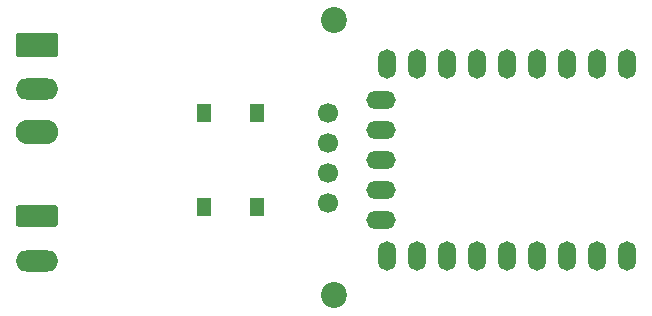
<source format=gbr>
%TF.GenerationSoftware,KiCad,Pcbnew,7.0.10*%
%TF.CreationDate,2024-02-11T01:36:44-05:00*%
%TF.ProjectId,RP2040_Count2,52503230-3430-45f4-936f-756e74322e6b,v2*%
%TF.SameCoordinates,Original*%
%TF.FileFunction,Soldermask,Bot*%
%TF.FilePolarity,Negative*%
%FSLAX46Y46*%
G04 Gerber Fmt 4.6, Leading zero omitted, Abs format (unit mm)*
G04 Created by KiCad (PCBNEW 7.0.10) date 2024-02-11 01:36:44*
%MOMM*%
%LPD*%
G01*
G04 APERTURE LIST*
G04 Aperture macros list*
%AMRoundRect*
0 Rectangle with rounded corners*
0 $1 Rounding radius*
0 $2 $3 $4 $5 $6 $7 $8 $9 X,Y pos of 4 corners*
0 Add a 4 corners polygon primitive as box body*
4,1,4,$2,$3,$4,$5,$6,$7,$8,$9,$2,$3,0*
0 Add four circle primitives for the rounded corners*
1,1,$1+$1,$2,$3*
1,1,$1+$1,$4,$5*
1,1,$1+$1,$6,$7*
1,1,$1+$1,$8,$9*
0 Add four rect primitives between the rounded corners*
20,1,$1+$1,$2,$3,$4,$5,0*
20,1,$1+$1,$4,$5,$6,$7,0*
20,1,$1+$1,$6,$7,$8,$9,0*
20,1,$1+$1,$8,$9,$2,$3,0*%
G04 Aperture macros list end*
%ADD10O,1.500000X2.500000*%
%ADD11O,2.500000X1.500000*%
%ADD12RoundRect,0.250000X-1.550000X0.650000X-1.550000X-0.650000X1.550000X-0.650000X1.550000X0.650000X0*%
%ADD13O,3.600000X1.800000*%
%ADD14RoundRect,0.291667X-1.508333X0.758333X-1.508333X-0.758333X1.508333X-0.758333X1.508333X0.758333X0*%
%ADD15O,3.600000X2.100000*%
%ADD16C,2.200000*%
%ADD17C,1.700000*%
%ADD18R,1.300000X1.550000*%
G04 APERTURE END LIST*
D10*
%TO.C,U2*%
X155360000Y-95470000D03*
X152820000Y-95470000D03*
X150280000Y-95470000D03*
X147740000Y-95470000D03*
X145200000Y-95470000D03*
X142660000Y-95470000D03*
X140120000Y-95470000D03*
X137580000Y-95470000D03*
X135040000Y-95470000D03*
D11*
X134540000Y-92430000D03*
X134540000Y-89890000D03*
X134540000Y-87350000D03*
X134540000Y-84810000D03*
X134540000Y-82270000D03*
D10*
X135040000Y-79230000D03*
X137580000Y-79230000D03*
X140120000Y-79230000D03*
X142660000Y-79230000D03*
X145200000Y-79230000D03*
X147740000Y-79230000D03*
X150280000Y-79230000D03*
X152820000Y-79230000D03*
X155360000Y-79230000D03*
%TD*%
D12*
%TO.C,TB1*%
X105357500Y-92112500D03*
D13*
X105357500Y-95922500D03*
%TD*%
D14*
%TO.C,J2*%
X105357500Y-77680000D03*
D13*
X105357500Y-81340000D03*
D15*
X105357500Y-85000000D03*
%TD*%
D16*
%TO.C,J3*%
X130500000Y-75550000D03*
X130500000Y-98850000D03*
D17*
X130000000Y-91000000D03*
X130000000Y-88500000D03*
X130000000Y-85900000D03*
X130000000Y-83400000D03*
%TD*%
D18*
%TO.C,SW1*%
X124000000Y-91350000D03*
X124000000Y-83400000D03*
X119500000Y-91350000D03*
X119500000Y-83400000D03*
%TD*%
M02*

</source>
